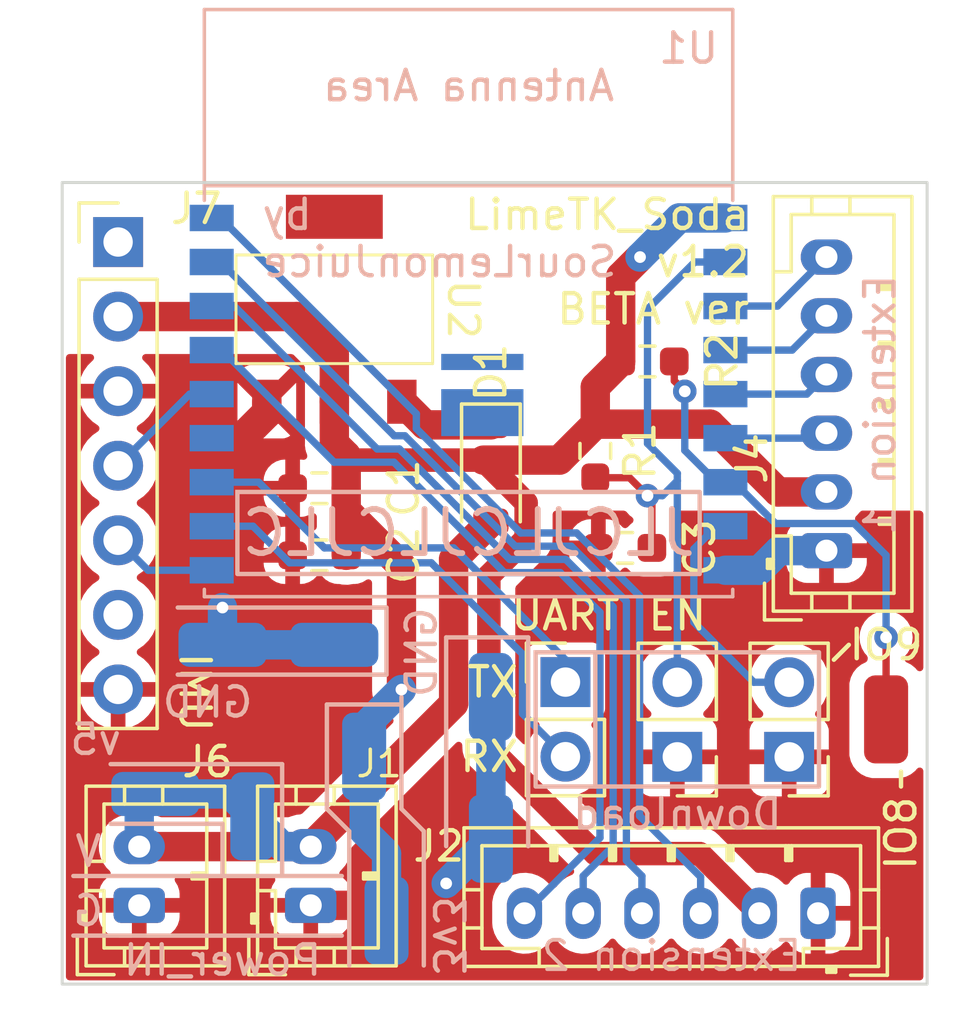
<source format=kicad_pcb>
(kicad_pcb (version 20221018) (generator pcbnew)
  (title_block (title "LimeVR_Soda-MCU") (date "2024-03-12") (rev "v1.2") (company "SourLemonJuice"))
  (layers (0 "F.Cu" signal) (31 "B.Cu" signal) (34 "B.Paste" user) (35 "F.Paste" user) (36 "B.SilkS" user "B.Silkscreen") (37 "F.SilkS" user "F.Silkscreen") (38 "B.Mask" user) (39 "F.Mask" user) (44 "Edge.Cuts" user))
  (net 0 "")
  (net 1 "/VCC_3v3")
  (net 2 "GND")
  (net 3 "/Chip_PU")
  (net 4 "Net-(D1-K)")
  (net 5 "Net-(D1-A)")
  (net 6 "/GIPO9")
  (net 7 "/U0RXD")
  (net 8 "/U0TXD")
  (net 9 "Net-(J7-Pin_4)")
  (net 14 "Net-(J7-Pin_5)")
  (net 15 "Net-(J2-Pin_5)")
  (net 16 "Net-(J2-Pin_3)")
  (net 17 "Net-(J2-Pin_4)")
  (net 18 "Net-(J2-Pin_6)")
  (net 19 "Net-(J4-Pin_3)")
  (net 20 "Net-(J4-Pin_4)")
  (net 21 "Net-(J4-Pin_5)")
  (net 22 "Net-(J4-Pin_6)")
  (net 23 "Net-(J5-Pin_1)")
  (footprint "Connector_PinHeader_2.54mm:PinHeader_1x02_P2.54mm_Vertical" (layer "F.Cu") (at 141.224 105.415 180)
    (fp_text reference "J9" hide)
    (fp_text value "GPIO9_Pinheader")
    (fp_text user "IO9" (at -3.302 3.815 unlocked) (layer "F.SilkS"))
    (fp_line (start -1.33 -1.33) (end 0 -1.33) (stroke (width 0.12)) (layer "F.SilkS"))
    (fp_line (start -1.33 0) (end -1.33 -1.33) (stroke (width 0.12)) (layer "F.SilkS"))
    (fp_line (start -1.33 1.27) (end -1.33 3.87) (stroke (width 0.12)) (layer "F.SilkS"))
    (fp_line (start -1.33 1.27) (end 1.33 1.27) (stroke (width 0.12)) (layer "F.SilkS"))
    (fp_line (start -1.33 3.87) (end 1.33 3.87) (stroke (width 0.12)) (layer "F.SilkS"))
    (fp_line (start 1.33 1.27) (end 1.33 3.87) (stroke (width 0.12)) (layer "F.SilkS"))
    (pad "1" thru_hole rect (at 0 0 180) (size 1.7 1.7) (drill 1) (layers "*.Cu" "*.Mask") (net 2 "GND"))
    (pad "2" thru_hole oval (at 0 2.54 180) (size 1.7 1.7) (drill 1) (layers "*.Cu" "*.Mask") (net 6 "/GIPO9"))
  )
  (footprint "Resistor_SMD:R_0603_1608Metric_Pad0.98x0.95mm_HandSolder" (layer "F.Cu") (at 135.636 98.298 180)
    (fp_text reference "C3" (at -2.54 0 90 unlocked) (layer "F.SilkS"))
    (fp_text value "1uF/16V(10%)")
    (fp_line (start -0.254724 -0.5225) (end 0.254724 -0.5225) (stroke (width 0.12)) (layer "F.SilkS"))
    (fp_line (start -0.254724 0.5225) (end 0.254724 0.5225) (stroke (width 0.12)) (layer "F.SilkS"))
    (pad "1" smd roundrect (at -0.9125 0 180) (size 0.975 0.95) (layers "F.Cu" "F.Paste" "F.Mask") (net 3 "/Chip_PU"))
    (pad "2" smd roundrect (at 0.9125 0 180) (size 0.975 0.95) (layers "F.Cu" "F.Paste" "F.Mask") (net 2 "GND"))
  )
  (footprint "Connector_JST:JST_PH_B6B-PH-K_1x06_P2.00mm_Vertical" (layer "F.Cu") (at 142.494 98.392 90)
    (fp_text reference "J4" (at 3.142 -2.54 90) (layer "F.SilkS"))
    (fp_text value "Extension_Module_2_PH-6p")
    (fp_line (start -2.36 -2.11) (end -2.36 -0.86) (stroke (width 0.12)) (layer "F.SilkS"))
    (fp_line (start -2.06 -1.81) (end -2.06 2.91) (stroke (width 0.12)) (layer "F.SilkS"))
    (fp_line (start -2.06 -0.5) (end -1.45 -0.5) (stroke (width 0.12)) (layer "F.SilkS"))
    (fp_line (start -2.06 0.8) (end -1.45 0.8) (stroke (width 0.12)) (layer "F.SilkS"))
    (fp_line (start -2.06 2.91) (end 12.06 2.91) (stroke (width 0.12)) (layer "F.SilkS"))
    (fp_line (start -1.45 -1.2) (end -1.45 2.3) (stroke (width 0.12)) (layer "F.SilkS"))
    (fp_line (start -1.45 2.3) (end 11.45 2.3) (stroke (width 0.12)) (layer "F.SilkS"))
    (fp_line (start -1.11 -2.11) (end -2.36 -2.11) (stroke (width 0.12)) (layer "F.SilkS"))
    (fp_line (start -0.6 -2.01) (end -0.6 -1.81) (stroke (width 0.12)) (layer "F.SilkS"))
    (fp_line (start -0.3 -2.01) (end -0.6 -2.01) (stroke (width 0.12)) (layer "F.SilkS"))
    (fp_line (start -0.3 -1.91) (end -0.6 -1.91) (stroke (width 0.12)) (layer "F.SilkS"))
    (fp_line (start -0.3 -1.81) (end -0.3 -2.01) (stroke (width 0.12)) (layer "F.SilkS"))
    (fp_line (start 0.5 -1.81) (end 0.5 -1.2) (stroke (width 0.12)) (layer "F.SilkS"))
    (fp_line (start 0.5 -1.2) (end -1.45 -1.2) (stroke (width 0.12)) (layer "F.SilkS"))
    (fp_line (start 0.9 1.8) (end 1.1 1.8) (stroke (width 0.12)) (layer "F.SilkS"))
    (fp_line (start 0.9 2.3) (end 0.9 1.8) (stroke (width 0.12)) (layer "F.SilkS"))
    (fp_line (start 1 2.3) (end 1 1.8) (stroke (width 0.12)) (layer "F.SilkS"))
    (fp_line (start 1.1 1.8) (end 1.1 2.3) (stroke (width 0.12)) (layer "F.SilkS"))
    (fp_line (start 2.9 1.8) (end 3.1 1.8) (stroke (width 0.12)) (layer "F.SilkS"))
    (fp_line (start 2.9 2.3) (end 2.9 1.8) (stroke (width 0.12)) (layer "F.SilkS"))
    (fp_line (start 3 2.3) (end 3 1.8) (stroke (width 0.12)) (layer "F.SilkS"))
    (fp_line (start 3.1 1.8) (end 3.1 2.3) (stroke (width 0.12)) (layer "F.SilkS"))
    (fp_line (start 4.9 1.8) (end 5.1 1.8) (stroke (width 0.12)) (layer "F.SilkS"))
    (fp_line (start 4.9 2.3) (end 4.9 1.8) (stroke (width 0.12)) (layer "F.SilkS"))
    (fp_line (start 5 2.3) (end 5 1.8) (stroke (width 0.12)) (layer "F.SilkS"))
    (fp_line (start 5.1 1.8) (end 5.1 2.3) (stroke (width 0.12)) (layer "F.SilkS"))
    (fp_line (start 6.9 1.8) (end 7.1 1.8) (stroke (width 0.12)) (layer "F.SilkS"))
    (fp_line (start 6.9 2.3) (end 6.9 1.8) (stroke (width 0.12)) (layer "F.SilkS"))
    (fp_line (start 7 2.3) (end 7 1.8) (stroke (width 0.12)) (layer "F.SilkS"))
    (fp_line (start 7.1 1.8) (end 7.1 2.3) (stroke (width 0.12)) (layer "F.SilkS"))
    (fp_line (start 8.9 1.8) (end 9.1 1.8) (stroke (width 0.12)) (layer "F.SilkS"))
    (fp_line (start 8.9 2.3) (end 8.9 1.8) (stroke (width 0.12)) (layer "F.SilkS"))
    (fp_line (start 9 2.3) (end 9 1.8) (stroke (width 0.12)) (layer "F.SilkS"))
    (fp_line (start 9.1 1.8) (end 9.1 2.3) (stroke (width 0.12)) (layer "F.SilkS"))
    (fp_line (start 9.5 -1.2) (end 9.5 -1.81) (stroke (width 0.12)) (layer "F.SilkS"))
    (fp_line (start 11.45 -1.2) (end 9.5 -1.2) (stroke (width 0.12)) (layer "F.SilkS"))
    (fp_line (start 11.45 2.3) (end 11.45 -1.2) (stroke (width 0.12)) (layer "F.SilkS"))
    (fp_line (start 12.06 -1.81) (end -2.06 -1.81) (stroke (width 0.12)) (layer "F.SilkS"))
    (fp_line (start 12.06 -0.5) (end 11.45 -0.5) (stroke (width 0.12)) (layer "F.SilkS"))
    (fp_line (start 12.06 0.8) (end 11.45 0.8) (stroke (width 0.12)) (layer "F.SilkS"))
    (fp_line (start 12.06 2.91) (end 12.06 -1.81) (stroke (width 0.12)) (layer "F.SilkS"))
    (pad "1" thru_hole roundrect (at 0 0 90) (size 1.2 1.75) (drill 0.75) (layers "*.Cu" "*.Mask") (roundrect_rratio 0.2083333333) (net 2 "GND"))
    (pad "2" thru_hole oval (at 2 0 90) (size 1.2 1.75) (drill 0.75) (layers "*.Cu" "*.Mask") (net 1 "/VCC_3v3"))
    (pad "3" thru_hole oval (at 4 0 90) (size 1.2 1.75) (drill 0.75) (layers "*.Cu" "*.Mask") (net 19 "Net-(J4-Pin_3)"))
    (pad "4" thru_hole oval (at 6 0 90) (size 1.2 1.75) (drill 0.75) (layers "*.Cu" "*.Mask") (net 20 "Net-(J4-Pin_4)"))
    (pad "5" thru_hole oval (at 8 0 90) (size 1.2 1.75) (drill 0.75) (layers "*.Cu" "*.Mask") (net 21 "Net-(J4-Pin_5)"))
    (pad "6" thru_hole oval (at 10 0 90) (size 1.2 1.75) (drill 0.75) (layers "*.Cu" "*.Mask") (net 22 "Net-(J4-Pin_6)"))
  )
  (footprint "Resistor_SMD:R_0603_1608Metric_Pad0.98x0.95mm_HandSolder" (layer "F.Cu") (at 125.222 98.552 180)
    (fp_text reference "C2" (at -2.286 0 270) (layer "F.SilkS") (effects (justify top)))
    (fp_text value "10uF/25V(20%)")
    (fp_line (start -0.254724 -0.5225) (end 0.254724 -0.5225) (stroke (width 0.12)) (layer "F.SilkS"))
    (fp_line (start -0.254724 0.5225) (end 0.254724 0.5225) (stroke (width 0.12)) (layer "F.SilkS"))
    (pad "1" smd roundrect (at -0.9125 0 180) (size 0.975 0.95) (layers "F.Cu" "F.Paste" "F.Mask") (net 1 "/VCC_3v3"))
    (pad "2" smd roundrect (at 0.9125 0 180) (size 0.975 0.95) (layers "F.Cu" "F.Paste" "F.Mask") (net 2 "GND"))
  )
  (footprint "Connector_JST:JST_PH_B2B-PH-K_1x02_P2.00mm_Vertical" (layer "F.Cu") (at 119.084 110.474 90)
    (fp_text reference "J6" (at 4.302 2.328) (layer "F.SilkS") (effects (justify bottom)))
    (fp_text value "JST_PH-2p")
    (fp_line (start -2.36 -2.11) (end -2.36 -0.86) (stroke (width 0.12)) (layer "F.SilkS"))
    (fp_line (start -2.06 -1.81) (end -2.06 2.91) (stroke (width 0.12)) (layer "F.SilkS"))
    (fp_line (start -2.06 -0.5) (end -1.45 -0.5) (stroke (width 0.12)) (layer "F.SilkS"))
    (fp_line (start -2.06 0.8) (end -1.45 0.8) (stroke (width 0.12)) (layer "F.SilkS"))
    (fp_line (start -2.06 2.91) (end 4.06 2.91) (stroke (width 0.12)) (layer "F.SilkS"))
    (fp_line (start -1.45 -1.2) (end -1.45 2.3) (stroke (width 0.12)) (layer "F.SilkS"))
    (fp_line (start -1.45 2.3) (end 3.45 2.3) (stroke (width 0.12)) (layer "F.SilkS"))
    (fp_line (start -1.11 -2.11) (end -2.36 -2.11) (stroke (width 0.12)) (layer "F.SilkS"))
    (fp_line (start -0.6 -2.01) (end -0.6 -1.81) (stroke (width 0.12)) (layer "F.SilkS"))
    (fp_line (start -0.3 -2.01) (end -0.6 -2.01) (stroke (width 0.12)) (layer "F.SilkS"))
    (fp_line (start -0.3 -1.91) (end -0.6 -1.91) (stroke (width 0.12)) (layer "F.SilkS"))
    (fp_line (start -0.3 -1.81) (end -0.3 -2.01) (stroke (width 0.12)) (layer "F.SilkS"))
    (fp_line (start 0.5 -1.81) (end 0.5 -1.2) (stroke (width 0.12)) (layer "F.SilkS"))
    (fp_line (start 0.5 -1.2) (end -1.45 -1.2) (stroke (width 0.12)) (layer "F.SilkS"))
    (fp_line (start 0.9 1.8) (end 1.1 1.8) (stroke (width 0.12)) (layer "F.SilkS"))
    (fp_line (start 0.9 2.3) (end 0.9 1.8) (stroke (width 0.12)) (layer "F.SilkS"))
    (fp_line (start 1 2.3) (end 1 1.8) (stroke (width 0.12)) (layer "F.SilkS"))
    (fp_line (start 1.1 1.8) (end 1.1 2.3) (stroke (width 0.12)) (layer "F.SilkS"))
    (fp_line (start 1.5 -1.2) (end 1.5 -1.81) (stroke (width 0.12)) (layer "F.SilkS"))
    (fp_line (start 3.45 -1.2) (end 1.5 -1.2) (stroke (width 0.12)) (layer "F.SilkS"))
    (fp_line (start 3.45 2.3) (end 3.45 -1.2) (stroke (width 0.12)) (layer "F.SilkS"))
    (fp_line (start 4.06 -1.81) (end -2.06 -1.81) (stroke (width 0.12)) (layer "F.SilkS"))
    (fp_line (start 4.06 -0.5) (end 3.45 -0.5) (stroke (width 0.12)) (layer "F.SilkS"))
    (fp_line (start 4.06 0.8) (end 3.45 0.8) (stroke (width 0.12)) (layer "F.SilkS"))
    (fp_line (start 4.06 2.91) (end 4.06 -1.81) (stroke (width 0.12)) (layer "F.SilkS"))
    (pad "1" thru_hole roundrect (at 0 0 90) (size 1.2 1.75) (drill 0.75) (layers "*.Cu" "*.Mask") (roundrect_rratio 0.2083333333) (net 2 "GND"))
    (pad "2" thru_hole oval (at 2 0 90) (size 1.2 1.75) (drill 0.75) (layers "*.Cu" "*.Mask") (net 5 "Net-(D1-A)"))
  )
  (footprint "SourLemonJuice:SGM2212-3.3XKC3G.TR" (layer "F.Cu") (at 125.73 90.17)
    (fp_text reference "U2" (at 3.81 0 270 unlocked) (layer "F.SilkS") (effects (justify bottom)))
    (fp_text value "~" hide)
    (fp_line (start -3.35 -1.85) (end -3.35 1.85) (stroke (width 0.1)) (layer "F.SilkS"))
    (fp_line (start -3.35 -1.85) (end 3.35 -1.85) (stroke (width 0.1)) (layer "F.SilkS"))
    (fp_line (start -3.35 1.85) (end 3.35 1.85) (stroke (width 0.1)) (layer "F.SilkS"))
    (fp_line (start 3.35 -1.85) (end 3.35 1.85) (stroke (width 0.1)) (layer "F.SilkS"))
    (pad "" smd rect (at 0 -3.15) (size 3.3 1.5) (layers "F.Cu" "F.Paste" "F.Mask"))
    (pad "1" smd rect (at -2.3 3.15) (size 1 1.5) (layers "F.Cu" "F.Paste" "F.Mask") (net 2 "GND"))
    (pad "2" smd rect (at 0 3.15) (size 1 1.5) (layers "F.Cu" "F.Paste" "F.Mask") (net 1 "/VCC_3v3"))
    (pad "3" smd rect (at 2.3 3.15) (size 1 1.5) (layers "F.Cu" "F.Paste" "F.Mask") (net 4 "Net-(D1-K)"))
  )
  (footprint "Connector_PinHeader_2.54mm:PinHeader_1x02_P2.54mm_Vertical" (layer "F.Cu") (at 137.414 105.415 180)
    (fp_text reference "J8" hide)
    (fp_text value "CHIP_PU_Pinheader")
    (fp_text user "EN" (at 0 4.831 unlocked) (layer "F.SilkS"))
    (fp_line (start -1.33 -1.33) (end 0 -1.33) (stroke (width 0.12)) (layer "F.SilkS"))
    (fp_line (start -1.33 0) (end -1.33 -1.33) (stroke (width 0.12)) (layer "F.SilkS"))
    (fp_line (start -1.33 1.27) (end -1.33 3.87) (stroke (width 0.12)) (layer "F.SilkS"))
    (fp_line (start -1.33 1.27) (end 1.33 1.27) (stroke (width 0.12)) (layer "F.SilkS"))
    (fp_line (start -1.33 3.87) (end 1.33 3.87) (stroke (width 0.12)) (layer "F.SilkS"))
    (fp_line (start 1.33 1.27) (end 1.33 3.87) (stroke (width 0.12)) (layer "F.SilkS"))
    (pad "1" thru_hole rect (at 0 0 180) (size 1.7 1.7) (drill 1) (layers "*.Cu" "*.Mask") (net 2 "GND"))
    (pad "2" thru_hole oval (at 0 2.54 180) (size 1.7 1.7) (drill 1) (layers "*.Cu" "*.Mask") (net 3 "/Chip_PU"))
  )
  (footprint "SourLemonJuice:Wire_Pad_1.5x3" (layer "F.Cu") (at 144.526 104.14 90)
    (fp_text reference "J5" hide)
    (fp_text value "Extension_3_pad")
    (fp_text user "IO8" (at -2.54 0.508 90 unlocked) (layer "F.SilkS") (effects (justify right)))
    (pad "1" smd roundrect (at 0 0) (size 1.5 3) (layers "F.Cu" "F.Paste" "F.Mask") (net 23 "Net-(J5-Pin_1)"))
  )
  (footprint "Connector_PinHeader_2.54mm:PinHeader_1x02_P2.54mm_Vertical" (layer "F.Cu") (at 133.604 102.87)
    (fp_text reference "J3" hide)
    (fp_text value "UART_Pinheader")
    (fp_text user "UART" (at 0 -2.286 unlocked) (layer "F.SilkS"))
    (fp_text user "TX" (at -1.524 0 unlocked) (layer "F.SilkS") (effects (justify right)))
    (fp_text user "RX" (at -1.524 2.54 unlocked) (layer "F.SilkS") (effects (justify right)))
    (fp_line (start -1.33 -1.33) (end 0 -1.33) (stroke (width 0.12)) (layer "F.SilkS"))
    (fp_line (start -1.33 0) (end -1.33 -1.33) (stroke (width 0.12)) (layer "F.SilkS"))
    (fp_line (start -1.33 1.27) (end -1.33 3.87) (stroke (width 0.12)) (layer "F.SilkS"))
    (fp_line (start -1.33 1.27) (end 1.33 1.27) (stroke (width 0.12)) (layer "F.SilkS"))
    (fp_line (start -1.33 3.87) (end 1.33 3.87) (stroke (width 0.12)) (layer "F.SilkS"))
    (fp_line (start 1.33 1.27) (end 1.33 3.87) (stroke (width 0.12)) (layer "F.SilkS"))
    (pad "1" thru_hole rect (at 0 0) (size 1.7 1.7) (drill 1) (layers "*.Cu" "*.Mask") (net 8 "/U0TXD"))
    (pad "2" thru_hole oval (at 0 2.54) (size 1.7 1.7) (drill 1) (layers "*.Cu" "*.Mask") (net 7 "/U0RXD"))
  )
  (footprint "Connector_JST:JST_PH_B2B-PH-K_1x02_P2.00mm_Vertical" (layer "F.Cu") (at 124.926 110.474 90)
    (fp_text reference "J1" (at 4.302 2.328) (layer "F.SilkS") (effects (font (size 0.9 0.9) (thickness 0.12)) (justify bottom)))
    (fp_text value "JST_PH-2p")
    (fp_line (start -2.36 -2.11) (end -2.36 -0.86) (stroke (width 0.12)) (layer "F.SilkS"))
    (fp_line (start -2.06 -1.81) (end -2.06 2.91) (stroke (width 0.12)) (layer "F.SilkS"))
    (fp_line (start -2.06 -0.5) (end -1.45 -0.5) (stroke (width 0.12)) (layer "F.SilkS"))
    (fp_line (start -2.06 0.8) (end -1.45 0.8) (stroke (width 0.12)) (layer "F.SilkS"))
    (fp_line (start -2.06 2.91) (end 4.06 2.91) (stroke (width 0.12)) (layer "F.SilkS"))
    (fp_line (start -1.45 -1.2) (end -1.45 2.3) (stroke (width 0.12)) (layer "F.SilkS"))
    (fp_line (start -1.45 2.3) (end 3.45 2.3) (stroke (width 0.12)) (layer "F.SilkS"))
    (fp_line (start -1.11 -2.11) (end -2.36 -2.11) (stroke (width 0.12)) (layer "F.SilkS"))
    (fp_line (start -0.6 -2.01) (end -0.6 -1.81) (stroke (width 0.12)) (layer "F.SilkS"))
    (fp_line (start -0.3 -2.01) (end -0.6 -2.01) (stroke (width 0.12)) (layer "F.SilkS"))
    (fp_line (start -0.3 -1.91) (end -0.6 -1.91) (stroke (width 0.12)) (layer "F.SilkS"))
    (fp_line (start -0.3 -1.81) (end -0.3 -2.01) (stroke (width 0.12)) (layer "F.SilkS"))
    (fp_line (start 0.5 -1.81) (end 0.5 -1.2) (stroke (width 0.12)) (layer "F.SilkS"))
    (fp_line (start 0.5 -1.2) (end -1.45 -1.2) (stroke (width 0.12)) (layer "F.SilkS"))
    (fp_line (start 0.9 1.8) (end 1.1 1.8) (stroke (width 0.12)) (layer "F.SilkS"))
    (fp_line (start 0.9 2.3) (end 0.9 1.8) (stroke (width 0.12)) (layer "F.SilkS"))
    (fp_line (start 1 2.3) (end 1 1.8) (stroke (width 0.12)) (layer "F.SilkS"))
    (fp_line (start 1.1 1.8) (end 1.1 2.3) (stroke (width 0.12)) (layer "F.SilkS"))
    (fp_line (start 1.5 -1.2) (end 1.5 -1.81) (stroke (width 0.12)) (layer "F.SilkS"))
    (fp_line (start 3.45 -1.2) (end 1.5 -1.2) (stroke (width 0.12)) (layer "F.SilkS"))
    (fp_line (start 3.45 2.3) (end 3.45 -1.2) (stroke (width 0.12)) (layer "F.SilkS"))
    (fp_line (start 4.06 -1.81) (end -2.06 -1.81) (stroke (width 0.12)) (layer "F.SilkS"))
    (fp_line (start 4.06 -0.5) (end 3.45 -0.5) (stroke (width 0.12)) (layer "F.SilkS"))
    (fp_line (start 4.06 0.8) (end 3.45 0.8) (stroke (width 0.12)) (layer "F.SilkS"))
    (fp_line (start 4.06 2.91) (end 4.06 -1.81) (stroke (width 0.12)) (layer "F.SilkS"))
    (pad "1" thru_hole roundrect (at 0 0 90) (size 1.2 1.75) (drill 0.75) (layers "*.Cu" "*.Mask") (roundrect_rratio 0.2083333333) (net 2 "GND"))
    (pad "2" thru_hole oval (at 2 0 90) (size 1.2 1.75) (drill 0.75) (layers "*.Cu" "*.Mask") (net 5 "Net-(D1-A)"))
  )
  (footprint "Resistor_SMD:R_0603_1608Metric_Pad0.98x0.95mm_HandSolder" (layer "F.Cu") (at 125.222 96.266 180)
    (fp_text reference "C1" (at -2.286 0 270) (layer "F.SilkS") (effects (justify top)))
    (fp_text value "10uF/25V(20%)")
    (fp_line (start -0.254724 -0.5225) (end 0.254724 -0.5225) (stroke (width 0.12)) (layer "F.SilkS"))
    (fp_line (start -0.254724 0.5225) (end 0.254724 0.5225) (stroke (width 0.12)) (layer "F.SilkS"))
    (pad "1" smd roundrect (at -0.9125 0 180) (size 0.975 0.95) (layers "F.Cu" "F.Paste" "F.Mask") (net 1 "/VCC_3v3"))
    (pad "2" smd roundrect (at 0.9125 0 180) (size 0.975 0.95) (layers "F.Cu" "F.Paste" "F.Mask") (net 2 "GND"))
  )
  (footprint "Diode_SMD:D_SOD-123" (layer "F.Cu") (at 131.064 95.758 -90)
    (fp_text reference "D1" (at -2.36 0 90) (layer "F.SilkS") (effects (justify left)))
    (fp_text value "1N5817W")
    (fp_line (start -2.36 -1) (end -2.36 1) (stroke (width 0.12)) (layer "F.SilkS"))
    (fp_line (start -2.36 -1) (end 1.65 -1) (stroke (width 0.12)) (layer "F.SilkS"))
    (fp_line (start -2.36 1) (end 1.65 1) (stroke (width 0.12)) (layer "F.SilkS"))
    (pad "1" smd roundrect (at -1.65 0 270) (size 0.9 1.2) (layers "F.Cu" "F.Paste" "F.Mask") (net 4 "Net-(D1-K)"))
    (pad "2" smd roundrect (at 1.65 0 270) (size 0.9 1.2) (layers "F.Cu" "F.Paste" "F.Mask") (net 5 "Net-(D1-A)"))
  )
  (footprint "Connector_PinHeader_2.54mm:PinHeader_1x07_P2.54mm_Vertical" (layer "F.Cu") (at 118.364 87.879)
    (fp_text reference "J7" (at 2.667 -1.138) (layer "F.SilkS"))
    (fp_text value "IMU_BMI160_Module")
    (fp_line (start -1.33 -1.33) (end 0 -1.33) (stroke (width 0.12)) (layer "F.SilkS"))
    (fp_line (start -1.33 0) (end -1.33 -1.33) (stroke (width 0.12)) (layer "F.SilkS"))
    (fp_line (start -1.33 1.27) (end -1.33 16.57) (stroke (width 0.12)) (layer "F.SilkS"))
    (fp_line (start -1.33 1.27) (end 1.33 1.27) (stroke (width 0.12)) (layer "F.SilkS"))
    (fp_line (start -1.33 16.57) (end 1.33 16.57) (stroke (width 0.12)) (layer "F.SilkS"))
    (fp_line (start 1.33 1.27) (end 1.33 16.57) (stroke (width 0.12)) (layer "F.SilkS"))
    (pad "1" thru_hole rect (at 0 0) (size 1.7 1.7) (drill 1) (layers "*.Cu" "*.Mask"))
    (pad "2" thru_hole oval (at 0 2.54) (size 1.7 1.7) (drill 1) (layers "*.Cu" "*.Mask") (net 1 "/VCC_3v3"))
    (pad "3" thru_hole oval (at 0 5.08) (size 1.7 1.7) (drill 1) (layers "*.Cu" "*.Mask") (net 2 "GND"))
    (pad "4" thru_hole oval (at 0 7.62) (size 1.7 1.7) (drill 1) (layers "*.Cu" "*.Mask") (net 9 "Net-(J7-Pin_4)"))
    (pad "5" thru_hole oval (at 0 10.16) (size 1.7 1.7) (drill 1) (layers "*.Cu" "*.Mask") (net 14 "Net-(J7-Pin_5)"))
    (pad "6" thru_hole oval (at 0 12.7) (size 1.7 1.7) (drill 1) (layers "*.Cu" "*.Mask"))
    (pad "7" thru_hole oval (at 0 15.24) (size 1.7 1.7) (drill 1) (layers "*.Cu" "*.Mask") (net 2 "GND"))
  )
  (footprint "Resistor_SMD:R_0603_1608Metric_Pad0.98x0.95mm_HandSolder" (layer "F.Cu") (at 134.62 94.996 -90)
    (fp_text reference "R1" (at 0 -1.524 90) (layer "F.SilkS"))
    (fp_text value "10K(1%)")
    (fp_line (start -0.254724 -0.5225) (end 0.254724 -0.5225) (stroke (width 0.12)) (layer "F.SilkS"))
    (fp_line (start -0.254724 0.5225) (end 0.254724 0.5225) (stroke (width 0.12)) (layer "F.SilkS"))
    (pad "1" smd roundrect (at -0.9125 0 270) (size 0.975 0.95) (layers "F.Cu" "F.Paste" "F.Mask") (net 1 "/VCC_3v3"))
    (pad "2" smd roundrect (at 0.9125 0 270) (size 0.975 0.95) (layers "F.Cu" "F.Paste" "F.Mask") (net 3 "/Chip_PU"))
  )
  (footprint "Resistor_SMD:R_0603_1608Metric_Pad0.98x0.95mm_HandSolder" (layer "F.Cu") (at 136.398 91.948)
    (fp_text reference "R2" (at 2.54 0 90) (layer "F.SilkS"))
    (fp_text value "10K(1%)(NC)")
    (fp_line (start -0.254724 -0.5225) (end 0.254724 -0.5225) (stroke (width 0.12)) (layer "F.SilkS"))
    (fp_line (start -0.254724 0.5225) (end 0.254724 0.5225) (stroke (width 0.12)) (layer "F.SilkS"))
    (pad "1" smd roundrect (at -0.9125 0) (size 0.975 0.95) (layers "F.Cu" "F.Paste" "F.Mask") (net 1 "/VCC_3v3"))
    (pad "2" smd roundrect (at 0.9125 0) (size 0.975 0.95) (layers "F.Cu" "F.Paste" "F.Mask") (net 23 "Net-(J5-Pin_1)"))
  )
  (footprint "Connector_JST:JST_PH_B6B-PH-K_1x06_P2.00mm_Vertical" (layer "F.Cu") (at 142.208 110.744 180)
    (fp_text reference "J2" (at 12.922 2.286) (layer "F.SilkS"))
    (fp_text value "Extension_Module_1_PH-6p")
    (fp_line (start -2.36 -2.11) (end -2.36 -0.86) (stroke (width 0.12)) (layer "F.SilkS"))
    (fp_line (start -2.06 -1.81) (end -2.06 2.91) (stroke (width 0.12)) (layer "F.SilkS"))
    (fp_line (start -2.06 -0.5) (end -1.45 -0.5) (stroke (width 0.12)) (layer "F.SilkS"))
    (fp_line (start -2.06 0.8) (end -1.45 0.8) (stroke (width 0.12)) (layer "F.SilkS"))
    (fp_line (start -2.06 2.91) (end 12.06 2.91) (stroke (width 0.12)) (layer "F.SilkS"))
    (fp_line (start -1.45 -1.2) (end -1.45 2.3) (stroke (width 0.12)) (layer "F.SilkS"))
    (fp_line (start -1.45 2.3) (end 11.45 2.3) (stroke (width 0.12)) (layer "F.SilkS"))
    (fp_line (start -1.11 -2.11) (end -2.36 -2.11) (stroke (width 0.12)) (layer "F.SilkS"))
    (fp_line (start -0.6 -2.01) (end -0.6 -1.81) (stroke (width 0.12)) (layer "F.SilkS"))
    (fp_line (start -0.3 -2.01) (end -0.6 -2.01) (stroke (width 0.12)) (layer "F.SilkS"))
    (fp_line (start -0.3 -1.91) (end -0.6 -1.91) (stroke (width 0.12)) (layer "F.SilkS"))
    (fp_line (start -0.3 -1.81) (end -0.3 -2.01) (stroke (width 0.12)) (layer "F.SilkS"))
    (fp_line (start 0.5 -1.81) (end 0.5 -1.2) (stroke (width 0.12)) (layer "F.SilkS"))
    (fp_line (start 0.5 -1.2) (end -1.45 -1.2) (stroke (width 0.12)) (layer "F.SilkS"))
    (fp_line (start 0.9 1.8) (end 1.1 1.8) (stroke (width 0.12)) (layer "F.SilkS"))
    (fp_line (start 0.9 2.3) (end 0.9 1.8) (stroke (width 0.12)) (layer "F.SilkS"))
    (fp_line (start 1 2.3) (end 1 1.8) (stroke (width 0.12)) (layer "F.SilkS"))
    (fp_line (start 1.1 1.8) (end 1.1 2.3) (stroke (width 0.12)) (layer "F.SilkS"))
    (fp_line (start 2.9 1.8) (end 3.1 1.8) (stroke (width 0.12)) (layer "F.SilkS"))
    (fp_line (start 2.9 2.3) (end 2.9 1.8) (stroke (width 0.12)) (layer "F.SilkS"))
    (fp_line (start 3 2.3) (end 3 1.8) (stroke (width 0.12)) (layer "F.SilkS"))
    (fp_line (start 3.1 1.8) (end 3.1 2.3) (stroke (width 0.12)) (layer "F.SilkS"))
    (fp_line (start 4.9 1.8) (end 5.1 1.8) (stroke (width 0.12)) (layer "F.SilkS"))
    (fp_line (start 4.9 2.3) (end 4.9 1.8) (stroke (width 0.12)) (layer "F.SilkS"))
    (fp_line (start 5 2.3) (end 5 1.8) (stroke (width 0.12)) (layer "F.SilkS"))
    (fp_line (start 5.1 1.8) (end 5.1 2.3) (stroke (width 0.12)) (layer "F.SilkS"))
    (fp_line (start 6.9 1.8) (end 7.1 1.8) (stroke (width 0.12)) (layer "F.SilkS"))
    (fp_line (start 6.9 2.3) (end 6.9 1.8) (stroke (width 0.12)) (layer "F.SilkS"))
    (fp_line (start 7 2.3) (end 7 1.8) (stroke (width 0.12)) (layer "F.SilkS"))
    (fp_line (start 7.1 1.8) (end 7.1 2.3) (stroke (width 0.12)) (layer "F.SilkS"))
    (fp_line (start 8.9 1.8) (end 9.1 1.8) (stroke (width 0.12)) (layer "F.SilkS"))
    (fp_line (start 8.9 2.3) (end 8.9 1.8) (stroke (width 0.12)) (layer "F.SilkS"))
    (fp_line (start 9 2.3) (end 9 1.8) (stroke (width 0.12)) (layer "F.SilkS"))
    (fp_line (start 9.1 1.8) (end 9.1 2.3) (stroke (width 0.12)) (layer "F.SilkS"))
    (fp_line (start 9.5 -1.2) (end 9.5 -1.81) (stroke (width 0.12)) (layer "F.SilkS"))
    (fp_line (start 11.45 -1.2) (end 9.5 -1.2) (stroke (width 0.12)) (layer "F.SilkS"))
    (fp_line (start 11.45 2.3) (end 11.45 -1.2) (stroke (width 0.12)) (layer "F.SilkS"))
    (fp_line (start 12.06 -1.81) (end -2.06 -1.81) (stroke (width 0.12)) (layer "F.SilkS"))
    (fp_line (start 12.06 -0.5) (end 11.45 -0.5) (stroke (width 0.12)) (layer "F.SilkS"))
    (fp_line (start 12.06 0.8) (end 11.45 0.8) (stroke (width 0.12)) (layer "F.SilkS"))
    (fp_line (start 12.06 2.91) (end 12.06 -1.81) (stroke (width 0.12)) (layer "F.SilkS"))
    (pad "1" thru_hole roundrect (at 0 0 180) (size 1.2 1.75) (drill 0.75) (layers "*.Cu" "*.Mask") (roundrect_rratio 0.2083333333) (net 2 "GND"))
    (pad "2" thru_hole oval (at 2 0 180) (size 1.2 1.75) (drill 0.75) (layers "*.Cu" "*.Mask") (net 1 "/VCC_3v3"))
    (pad "3" thru_hole oval (at 4 0 180) (size 1.2 1.75) (drill 0.75) (layers "*.Cu" "*.Mask") (net 16 "Net-(J2-Pin_3)"))
    (pad "4" thru_hole oval (at 6 0 180) (size 1.2 1.75) (drill 0.75) (layers "*.Cu" "*.Mask") (net 17 "Net-(J2-Pin_4)"))
    (pad "5" thru_hole oval (at 8 0 180) (size 1.2 1.75) (drill 0.75) (layers "*.Cu" "*.Mask") (net 15 "Net-(J2-Pin_5)"))
    (pad "6" thru_hole oval (at 10 0 180) (size 1.2 1.75) (drill 0.75) (layers "*.Cu" "*.Mask") (net 18 "Net-(J2-Pin_6)"))
  )
  (footprint "SourLemonJuice:Wire_Pad_1.5x3" (layer "B.Cu") (at 125.73 101.6)
    (fp_text reference "J16" hide)
    (fp_text value "GND Pad")
    (pad "1" smd roundrect (at 0 0 90) (size 1.5 3) (layers "B.Cu" "B.Paste" "B.Mask") (net 2 "GND"))
  )
  (footprint "SourLemonJuice:Wire_Pad_1.5x3" (layer "B.Cu") (at 131.064 103.378 -90)
    (fp_text reference "J10" hide)
    (fp_text value "GND Pad")
    (pad "1" smd roundrect (at 0 0) (size 1.5 3) (layers "B.Cu" "B.Paste" "B.Mask") (net 2 "GND"))
  )
  (footprint "SourLemonJuice:Wire_Pad_1.5x3" (layer "B.Cu") (at 121.92 101.6)
    (fp_text reference "J14" hide)
    (fp_text value "GND Pad")
    (pad "1" smd roundrect (at 0 0 90) (size 1.5 3) (layers "B.Cu" "B.Paste" "B.Mask") (net 2 "GND"))
  )
  (footprint "SourLemonJuice:ESP8684-WROOM-02C" (layer "B.Cu") (at 130.302 92.96 180)
    (fp_text reference "U1" (at -7.5 11.68) (layer "B.SilkS") (effects (justify mirror)))
    (fp_text value "ESP8684-WROOM-02C")
    (fp_text user "Antenna Area" (at 0 10.4) (layer "B.SilkS") (effects (justify mirror)))
    (fp_line (start -9 -7) (end -9 -6.75) (stroke (width 0.12)) (layer "B.SilkS"))
    (fp_line (start -9 13) (end -9 6.5) (stroke (width 0.12)) (layer "B.SilkS"))
    (fp_line (start -9 13) (end 9 13) (stroke (width 0.12)) (layer "B.SilkS"))
    (fp_line (start 9 -7) (end -9 -7) (stroke (width 0.12)) (layer "B.SilkS"))
    (fp_line (start 9 -6.75) (end 9 -7) (stroke (width 0.12)) (layer "B.SilkS"))
    (fp_line (start 9 7) (end -8.95 7) (stroke (width 0.12)) (layer "B.SilkS"))
    (fp_line (start 9 13) (end 9 6.5) (stroke (width 0.12)) (layer "B.SilkS"))
    (pad "1" smd rect (at -8.75 5.9 180) (size 1.5 0.9) (layers "B.Cu" "B.Paste" "B.Mask") (net 1 "/VCC_3v3"))
    (pad "2" smd rect (at -8.75 4.4 180) (size 1.5 0.9) (layers "B.Cu" "B.Paste" "B.Mask") (net 3 "/Chip_PU"))
    (pad "3" smd rect (at -8.75 2.9 180) (size 1.5 0.9) (layers "B.Cu" "B.Paste" "B.Mask") (net 22 "Net-(J4-Pin_6)"))
    (pad "4" smd rect (at -8.75 1.4 180) (size 1.5 0.9) (layers "B.Cu" "B.Paste" "B.Mask") (net 21 "Net-(J4-Pin_5)"))
    (pad "5" smd rect (at -8.75 -0.1 180) (size 1.5 0.9) (layers "B.Cu" "B.Paste" "B.Mask") (net 20 "Net-(J4-Pin_4)"))
    (pad "6" smd rect (at -8.75 -1.6 180) (size 1.5 0.9) (layers "B.Cu" "B.Paste" "B.Mask") (net 19 "Net-(J4-Pin_3)"))
    (pad "7" smd rect (at -8.75 -3.1 180) (size 1.5 0.9) (layers "B.Cu" "B.Paste" "B.Mask") (net 23 "Net-(J5-Pin_1)"))
    (pad "8" smd rect (at -8.75 -4.6 180) (size 1.5 0.9) (layers "B.Cu" "B.Paste" "B.Mask") (net 6 "/GIPO9"))
    (pad "9" smd rect (at -8.75 -6.1 180) (size 1.5 0.9) (layers "B.Cu" "B.Paste" "B.Mask") (net 2 "GND"))
    (pad "10" smd rect (at 8.75 -6.1) (size 1.5 0.9) (layers "B.Cu" "B.Paste" "B.Mask") (net 14 "Net-(J7-Pin_5)"))
    (pad "11" smd rect (at 8.75 -4.6) (size 1.5 0.9) (layers "B.Cu" "B.Paste" "B.Mask") (net 7 "/U0RXD"))
    (pad "12" smd rect (at 8.75 -3.1) (size 1.5 0.9) (layers "B.Cu" "B.Paste" "B.Mask") (net 8 "/U0TXD"))
    (pad "13" smd rect (at 8.75 -1.6) (size 1.5 0.9) (layers "B.Cu" "B.Paste" "B.Mask"))
    (pad "14" smd rect (at 8.75 -0.1) (size 1.5 0.9) (layers "B.Cu" "B.Paste" "B.Mask") (net 9 "Net-(J7-Pin_4)"))
    (pad "15" smd rect (at 8.75 1.4) (size 1.5 0.9) (layers "B.Cu" "B.Paste" "B.Mask") (net 18 "Net-(J2-Pin_6)"))
    (pad "16" smd rect (at 8.75 2.9) (size 1.5 0.9) (layers "B.Cu" "B.Paste" "B.Mask") (net 15 "Net-(J2-Pin_5)"))
    (pad "17" smd rect (at 8.75 4.4) (size 1.5 0.9) (layers "B.Cu" "B.Paste" "B.Mask") (net 17 "Net-(J2-Pin_4)"))
    (pad "18" smd rect (at 8.75 5.9) (size 1.5 0.9) (layers "B.Cu" "B.Paste" "B.Mask") (net 16 "Net-(J2-Pin_3)"))
    (pad "19" smd rect (at -0.47 -0.73) (size 2.8 1.6) (layers "B.Cu" "B.Paste" "B.Mask"))
    (pad "GND" smd rect (at -0.47 0.995) (size 2.8 0.55) (layers "B.Cu" "B.Paste" "B.Mask"))
    (zone (net 0) (net_name "") (layers "*.Cu") (name "antenna keepout") (connect_pads (clearance 0)) (min_thickness 0.254)
      (keepout (tracks not_allowed) (vias not_allowed) (pads not_allowed) (copperpour not_allowed) (footprints not_allowed))
      (fill (thermal_gap 0.508) (thermal_bridge_width 0.508))
      (polygon (pts (xy 121.302 85.96) (xy 139.302 85.96) (xy 139.302 79.96) (xy 121.302 79.96)))
    )
  )
  (footprint "SourLemonJuice:Wire_Pad_1.5x3" (layer "B.Cu") (at 119.634 106.68 180)
    (fp_text reference "J15" hide)
    (fp_text value "V5 Pad")
    (pad "1" smd roundrect (at 0 0 270) (size 1.5 3) (layers "B.Cu" "B.Paste" "B.Mask") (net 5 "Net-(D1-A)"))
  )
  (footprint "SourLemonJuice:Wire_Pad_1.5x3" (layer "B.Cu") (at 127.508 110.998 -90)
    (fp_text reference "J13" hide)
    (fp_text value "V3.3 Pad")
    (pad "1" smd roundrect (at 0 0) (size 1.5 3) (layers "B.Cu" "B.Paste" "B.Mask") (net 1 "/VCC_3v3"))
  )
  (footprint "SourLemonJuice:Wire_Pad_1.5x3" (layer "B.Cu") (at 126.746 105.41 -90)
    (fp_text reference "J12" hide)
    (fp_text value "V3.3 Pad")
    (pad "1" smd roundrect (at 0 0) (size 1.5 3) (layers "B.Cu" "B.Paste" "B.Mask") (net 1 "/VCC_3v3"))
  )
  (footprint "SourLemonJuice:Wire_Pad_1.5x3" (layer "B.Cu") (at 122.936 107.442 -90)
    (fp_text reference "J17" hide)
    (fp_text value "V5 Pad")
    (pad "1" smd roundrect (at 0 0) (size 1.5 3) (layers "B.Cu" "B.Paste" "B.Mask") (net 5 "Net-(D1-A)"))
  )
  (footprint "SourLemonJuice:Wire_Pad_1.5x3" (layer "B.Cu") (at 131.064 108.204 -90)
    (fp_text reference "J11" hide)
    (fp_text value "GND Pad")
    (pad "1" smd roundrect (at 0 0) (size 1.5 3) (layers "B.Cu" "B.Paste" "B.Mask") (net 2 "GND"))
  )
  (gr_rect (start 122.428 96.393) (end 138.176 99.187) (stroke (width 0.15)) (fill none) (layer "B.SilkS"))
  (gr_line (start 126.238 107.95) (end 126.238 112.522) (stroke (width 0.15)) (layer "B.SilkS"))
  (gr_line (start 123.952 105.664) (end 123.952 109.474) (stroke (width 0.15)) (layer "B.SilkS"))
  (gr_line (start 121.92 107.696) (end 118.11 107.696) (stroke (width 0.15)) (layer "B.SilkS"))
  (gr_line (start 125.476 107.188) (end 126.238 107.95) (stroke (width 0.15)) (layer "B.SilkS"))
  (gr_line (start 129.54 101.346) (end 129.54 108.458) (stroke (width 0.15)) (layer "B.SilkS"))
  (gr_line (start 127.508 100.33) (end 120.396 100.33) (stroke (width 0.15)) (layer "B.SilkS"))
  (gr_line (start 118.11 105.664) (end 123.952 105.664) (stroke (width 0.15)) (layer "B.SilkS"))
  (gr_line (start 127.508 102.616) (end 120.396 102.616) (stroke (width 0.15)) (layer "B.SilkS"))
  (gr_line (start 128.778 107.95) (end 128.016 107.188) (stroke (width 0.15)) (layer "B.SilkS"))
  (gr_line (start 134.62 106.426) (end 134.62 101.854) (stroke (width 0.15)) (layer "B.SilkS"))
  (gr_line (start 132.334 108.458) (end 132.334 101.346) (stroke (width 0.15)) (layer "B.SilkS"))
  (gr_line (start 125.476 103.632) (end 125.476 107.188) (stroke (width 0.15)) (layer "B.SilkS"))
  (gr_line (start 128.016 107.188) (end 128.016 103.378) (stroke (width 0.15)) (layer "B.SilkS"))
  (gr_line (start 125.984 109.474) (end 116.84 109.474) (stroke (width 0.15)) (layer "B.SilkS"))
  (gr_rect (start 132.588 101.854) (end 142.24 106.426) (stroke (width 0.15)) (fill none) (layer "B.SilkS"))
  (gr_line (start 129.54 101.346) (end 132.334 101.346) (stroke (width 0.15)) (layer "B.SilkS"))
  (gr_line (start 128.016 103.632) (end 125.476 103.632) (stroke (width 0.15)) (layer "B.SilkS"))
  (gr_line (start 127.508 102.616) (end 127.508 100.33) (stroke (width 0.15)) (layer "B.SilkS"))
  (gr_line (start 121.92 109.474) (end 121.92 107.696) (stroke (width 0.15)) (layer "B.SilkS"))
  (gr_line (start 125.984 111.506) (end 116.84 111.506) (stroke (width 0.15)) (layer "B.SilkS"))
  (gr_line (start 128.778 107.95) (end 128.778 112.522) (stroke (width 0.15)) (layer "B.SilkS"))
  (gr_line (start 145.034 106.426) (end 145.034 105.918) (stroke (width 0.15)) (layer "F.SilkS"))
  (gr_line (start 143.256 101.6) (end 142.748 102.108) (stroke (width 0.15)) (layer "F.SilkS"))
  (gr_rect (start 116.459 85.852) (end 145.923 113.157) (stroke (width 0.1)) (fill none) (layer "Edge.Cuts"))
  (gr_text "Download" (at 137.414 107.95) (layer "B.SilkS") (effects (font (size 1 1)) (justify bottom mirror)))
  (gr_text "v5" (at 117.602 105.41) (layer "B.SilkS") (effects (font (size 1 1)) (justify bottom mirror)))
  (gr_text "Power_IN" (at 121.92 111.76) (layer "B.SilkS") (effects (font (size 1 1)) (justify top mirror)))
  (gr_text "by\nSourLemonJuice" (at 123.19 86.36) (layer "B.SilkS") (effects (font (size 1 1) (thickness 0.15) bold) (justify right top mirror)))
  (gr_text "V" (at 117.348 109.22) (layer "B.SilkS") (effects (font (size 1 1)) (justify bottom mirror)))
  (gr_text "GND" (at 129.286 101.854 90) (layer "B.SilkS") (effects (font (size 1 1)) (justify bottom mirror)))
  (gr_text "GND" (at 121.412 104.14) (layer "B.SilkS") (effects (font (size 1 1)) (justify bottom mirror)))
  (gr_text "Extension 2" (at 141.732 112.776) (layer "B.SilkS") (effects (font (size 1 1) (thickness 0.13)) (justify left bottom mirror)))
  (gr_text "G" (at 117.348 111.252) (layer "B.SilkS") (effects (font (size 1 1)) (justify bottom mirror)))
  (gr_text "3v3" (at 129.032 111.506 270) (layer "B.SilkS") (effects (font (size 1 1)) (justify bottom mirror)))
  (gr_text "Extension 1" (at 144.907 88.9 90) (layer "B.SilkS") (effects (font (size 1 1)) (justify left bottom mirror)))
  (gr_text "JLCJLCJLCJLC" (at 130.302 97.79) (layer "B.SilkS") (effects (font (size 1.5 1.5) (thickness 0.2)) (justify mirror)))
  (gr_text "LimeTK_Soda\nv1.2\nBETA ver" (at 139.954 86.36) (layer "F.SilkS") (effects (font (size 1 1)) (justify right top)))
  (gr_text "IMU" (at 120.396 104.648 270) (layer "F.SilkS") (effects (font (size 1 1)) (justify right bottom)))
  (segment (start 126.1345 96.266) (end 126.1345 97.028) (width 1) (layer "F.Cu") (net 1))
  (segment (start 134.62 94.0835) (end 138.5335 94.0835) (width 1) (layer "F.Cu") (net 1))
  (segment (start 125.73 94.742) (end 126.1345 95.1465) (width 1) (layer "F.Cu") (net 1))
  (segment (start 128.016 98.9095) (end 126.1345 97.028) (width 1) (layer "F.Cu") (net 1))
  (segment (start 125.73 91.694) (end 124.455 90.419) (width 1) (layer "F.Cu") (net 1))
  (segment (start 134.62 94.0835) (end 134.62 92.8135) (width 1) (layer "F.Cu") (net 1))
  (segment (start 132.264 96.762) (end 130.81 95.308) (width 0.8) (layer "F.Cu") (net 1))
  (segment (start 130.994 105.086) (end 130.994 99.25096) (width 0.8) (layer "F.Cu") (net 1))
  (segment (start 138.176 108.712) (end 134.62 108.712) (width 0.8) (layer "F.Cu") (net 1))
  (segment (start 125.73 93.32) (end 125.73 91.694) (width 1) (layer "F.Cu") (net 1))
  (segment (start 130.994 99.25096) (end 132.264 97.98096) (width 0.8) (layer "F.Cu") (net 1))
  (segment (start 135.4855 91.948) (end 135.4855 89.0505) (width 1) (layer "F.Cu") (net 1))
  (segment (start 130.81 95.308) (end 126.296 95.308) (width 0.8) (layer "F.Cu") (net 1))
  (segment (start 138.5335 94.0835) (end 140.842 96.392) (width 1) (layer "F.Cu") (net 1))
  (segment (start 132.264 97.98096) (end 132.264 96.762) (width 0.8) (layer "F.Cu") (net 1))
  (segment (start 126.1345 95.1465) (end 126.1345 96.266) (width 1) (layer "F.Cu") (net 1))
  (segment (start 140.208 110.744) (end 138.176 108.712) (width 0.8) (layer "F.Cu") (net 1))
  (segment (start 125.73 93.32) (end 125.73 94.742) (width 1) (layer "F.Cu") (net 1))
  (segment (start 130.81 95.308) (end 133.3955 95.308) (width 1) (layer "F.Cu") (net 1))
  (segment (start 134.62 92.8135) (end 135.4855 91.948) (width 1) (layer "F.Cu") (net 1))
  (segment (start 128.016 103.124) (end 128.016 98.9095) (width 1) (layer "F.Cu") (net 1))
  (segment (start 124.455 90.419) (end 118.364 90.419) (width 1) (layer "F.Cu") (net 1))
  (segment (start 133.3955 95.308) (end 134.62 94.0835) (width 1) (layer "F.Cu") (net 1))
  (segment (start 126.296 95.308) (end 126.1345 95.1465) (width 0.8) (layer "F.Cu") (net 1))
  (segment (start 134.62 108.712) (end 130.994 105.086) (width 0.8) (layer "F.Cu") (net 1))
  (segment (start 140.842 96.392) (end 142.494 96.392) (width 1) (layer "F.Cu") (net 1))
  (segment (start 126.1345 97.028) (end 126.1345 98.552) (width 1) (layer "F.Cu") (net 1))
  (segment (start 135.4855 89.0505) (end 136.144 88.392) (width 1) (layer "F.Cu") (net 1))
  (via (at 128.016 103.124) (size 0.8) (drill 0.4) (layers "F.Cu" "B.Cu") (net 1))
  (via (at 136.144 88.392) (size 0.8) (drill 0.4) (layers "F.Cu" "B.Cu") (net 1))
  (segment (start 137.476 87.06) (end 139.052 87.06) (width 1) (layer "B.Cu") (net 1))
  (segment (start 126.746 105.41) (end 126.746 107.95) (width 1) (layer "B.Cu") (net 1))
  (segment (start 128.016 103.124) (end 126.746 104.394) (width 1) (layer "B.Cu") (net 1))
  (segment (start 126.746 104.394) (end 126.746 105.41) (width 1) (layer "B.Cu") (net 1))
  (segment (start 126.746 107.95) (end 127.508 108.712) (width 1) (layer "B.Cu") (net 1))
  (segment (start 136.144 88.392) (end 137.476 87.06) (width 1) (layer "B.Cu") (net 1))
  (segment (start 127.508 108.712) (end 127.508 110.998) (width 1) (layer "B.Cu") (net 1))
  (segment (start 126.984 110.474) (end 124.926 110.474) (width 1) (layer "F.Cu") (net 2))
  (segment (start 123.43 93.74) (end 123.43 93.32) (width 1) (layer "F.Cu") (net 2))
  (segment (start 121.92 100.33) (end 122.428 99.822) (width 1) (layer "F.Cu") (net 2))
  (segment (start 122.428 94.742) (end 123.43 93.74) (width 1) (layer "F.Cu") (net 2))
  (segment (start 127 110.49) (end 126.984 110.474) (width 1) (layer "F.Cu") (net 2))
  (segment (start 122.428 99.822) (end 122.428 94.742) (width 1) (layer "F.Cu") (net 2))
  (segment (start 128.778 110.49) (end 127 110.49) (width 1) (layer "F.Cu") (net 2))
  (segment (start 129.54 109.728) (end 128.778 110.49) (width 1) (layer "F.Cu") (net 2))
  (via (at 121.92 100.33) (size 0.8) (drill 0.4) (layers "F.Cu" "B.Cu") (net 2))
  (via (at 129.54 109.728) (size 0.8) (drill 0.4) (layers "F.Cu" "B.Cu") (net 2))
  (segment (start 121.92 101.6) (end 125.73 101.6) (width 1) (layer "B.Cu") (net 2))
  (segment (start 140.208 99.06) (end 140.876 98.392) (width 1) (layer "B.Cu") (net 2))
  (segment (start 131.064 103.378) (end 131.064 108.204) (width 1) (layer "B.Cu") (net 2))
  (segment (start 131.064 108.204) (end 129.54 109.728) (width 1) (layer "B.Cu") (net 2))
  (segment (start 140.876 98.392) (end 142.494 98.392) (width 1) (layer "B.Cu") (net 2))
  (segment (start 121.92 100.33) (end 121.92 101.6) (width 1) (layer "B.Cu") (net 2))
  (segment (start 118.623 103.378) (end 118.364 103.119) (width 1) (layer "B.Cu") (net 2))
  (segment (start 139.052 99.06) (end 140.208 99.06) (width 1) (layer "B.Cu") (net 2))
  (segment (start 136.398 96.52) (end 135.7865 95.9085) (width 0.25) (layer "F.Cu") (net 3))
  (segment (start 136.5485 96.6705) (end 136.398 96.52) (width 0.25) (layer "F.Cu") (net 3))
  (segment (start 136.5485 98.298) (end 136.5485 96.6705) (width 0.25) (layer "F.Cu") (net 3))
  (segment (start 135.7865 95.9085) (end 134.62 95.9085) (width 0.25) (layer "F.Cu") (net 3))
  (via (at 136.398 96.52) (size 0.8) (drill 0.4) (layers "F.Cu" "B.Cu") (net 3))
  (segment (start 137.414 96.012) (end 137.414 102.875) (width 0.25) (layer "B.Cu") (net 3))
  (segment (start 136.398 94.742) (end 137.414 95.758) (width 0.25) (layer "B.Cu") (net 3))
  (segment (start 136.398 96.52) (end 136.906 96.52) (width 0.25) (layer "B.Cu") (net 3))
  (segment (start 138.008 88.56) (end 136.398 90.17) (width 0.25) (layer "B.Cu") (net 3))
  (segment (start 136.906 96.52) (end 137.414 96.012) (width 0.25) (layer "B.Cu") (net 3))
  (segment (start 137.414 95.758) (end 137.414 96.012) (width 0.25) (layer "B.Cu") (net 3))
  (segment (start 136.398 90.17) (end 136.398 94.742) (width 0.25) (layer "B.Cu") (net 3))
  (segment (start 139.045 88.56) (end 138.008 88.56) (width 0.25) (layer "B.Cu") (net 3))
  (segment (start 128.818 94.108) (end 128.03 93.32) (width 1) (layer "F.Cu") (net 4))
  (segment (start 131.064 94.108) (end 128.818 94.108) (width 1) (layer "F.Cu") (net 4))
  (segment (start 124.926 108.474) (end 129.794 103.606) (width 1) (layer "F.Cu") (net 5))
  (segment (start 119.084 108.474) (end 124.926 108.474) (width 1) (layer "F.Cu") (net 5))
  (segment (start 129.794 98.678) (end 131.064 97.408) (width 1) (layer "F.Cu") (net 5))
  (segment (start 129.794 103.606) (end 129.794 98.678) (width 1) (layer "F.Cu") (net 5))
  (segment (start 123.968 108.474) (end 122.936 107.442) (width 1) (layer "B.Cu") (net 5))
  (segment (start 119.084 108.474) (end 119.084 107.23) (width 1) (layer "B.Cu") (net 5))
  (segment (start 119.634 106.68) (end 122.174 106.68) (width 1) (layer "B.Cu") (net 5))
  (segment (start 122.174 106.68) (end 122.936 107.442) (width 1) (layer "B.Cu") (net 5))
  (segment (start 119.084 107.23) (end 119.634 106.68) (width 1) (layer "B.Cu") (net 5))
  (segment (start 124.926 108.474) (end 123.968 108.474) (width 1) (layer "B.Cu") (net 5))
  (segment (start 138.752 97.56) (end 139.052 97.56) (width 0.25) (layer "B.Cu") (net 6))
  (segment (start 141.224 102.875) (end 140.021919 102.875) (width 0.25) (layer "B.Cu") (net 6))
  (segment (start 140.021919 102.875) (end 137.977 100.830081) (width 0.25) (layer "B.Cu") (net 6))
  (segment (start 137.977 100.830081) (end 137.977 98.335) (width 0.25) (layer "B.Cu") (net 6))
  (segment (start 137.977 98.335) (end 138.752 97.56) (width 0.25) (layer "B.Cu") (net 6))
  (segment (start 124.206 98.806) (end 122.96 97.56) (width 0.25) (layer "B.Cu") (net 7))
  (segment (start 122.96 97.56) (end 121.552 97.56) (width 0.25) (layer "B.Cu") (net 7))
  (segment (start 129.032 98.806) (end 124.206 98.806) (width 0.25) (layer "B.Cu") (net 7))
  (segment (start 132.139 103.945) (end 132.139 101.913) (width 0.25) (layer "B.Cu") (net 7))
  (segment (start 133.604 105.41) (end 132.139 103.945) (width 0.25) (layer "B.Cu") (net 7))
  (segment (start 132.139 101.913) (end 129.032 98.806) (width 0.25) (layer "B.Cu") (net 7))
  (segment (start 125.391 98.298) (end 123.153 96.06) (width 0.25) (layer "B.Cu") (net 8))
  (segment (start 133.604 102.87) (end 133.604 102.108) (width 0.25) (layer "B.Cu") (net 8))
  (segment (start 129.794 98.298) (end 125.391 98.298) (width 0.25) (layer "B.Cu") (net 8))
  (segment (start 133.604 102.108) (end 129.794 98.298) (width 0.25) (layer "B.Cu") (net 8))
  (segment (start 123.153 96.06) (end 121.552 96.06) (width 0.25) (layer "B.Cu") (net 8))
  (segment (start 121.552 93.06) (end 120.803 93.06) (width 0.25) (layer "B.Cu") (net 9))
  (segment (start 120.803 93.06) (end 118.364 95.499) (width 0.25) (layer "B.Cu") (net 9))
  (segment (start 121.552 99.06) (end 119.385 99.06) (width 0.25) (layer "B.Cu") (net 14))
  (segment (start 119.385 99.06) (end 118.364 98.039) (width 0.25) (layer "B.Cu") (net 14))
  (segment (start 122.318 90.06) (end 127.187 94.929) (width 0.25) (layer "B.Cu") (net 15))
  (segment (start 127.187 94.929) (end 127.946208 94.929) (width 0.25) (layer "B.Cu") (net 15))
  (segment (start 133.612208 98.69) (end 135.229 100.306792) (width 0.25) (layer "B.Cu") (net 15))
  (segment (start 131.707208 98.69) (end 133.612208 98.69) (width 0.25) (layer "B.Cu") (net 15))
  (segment (start 127.946208 94.929) (end 131.707208 98.69) (width 0.25) (layer "B.Cu") (net 15))
  (segment (start 135.229 100.306792) (end 135.229 108.453) (width 0.25) (layer "B.Cu") (net 15))
  (segment (start 121.552 90.06) (end 122.318 90.06) (width 0.25) (layer "B.Cu") (net 15))
  (segment (start 134.208 109.474) (end 134.208 110.744) (width 0.25) (layer "B.Cu") (net 15))
  (segment (start 135.229 108.453) (end 134.208 109.474) (width 0.25) (layer "B.Cu") (net 15))
  (segment (start 128.524 94.234) (end 132.08 97.79) (width 0.25) (layer "B.Cu") (net 16))
  (segment (start 121.552 87.06) (end 121.852 87.06) (width 0.25) (layer "B.Cu") (net 16))
  (segment (start 138.208 109.506) (end 138.208 110.744) (width 0.25) (layer "B.Cu") (net 16))
  (segment (start 133.985 97.79) (end 136.129 99.934) (width 0.25) (layer "B.Cu") (net 16))
  (segment (start 132.08 97.79) (end 133.985 97.79) (width 0.25) (layer "B.Cu") (net 16))
  (segment (start 136.129 99.934) (end 136.129 107.427) (width 0.25) (layer "B.Cu") (net 16))
  (segment (start 128.524 93.732) (end 128.524 94.234) (width 0.25) (layer "B.Cu") (net 16))
  (segment (start 121.852 87.06) (end 128.524 93.732) (width 0.25) (layer "B.Cu") (net 16))
  (segment (start 136.129 107.427) (end 138.208 109.506) (width 0.25) (layer "B.Cu") (net 16))
  (segment (start 121.852 88.56) (end 127.771 94.479) (width 0.25) (layer "B.Cu") (net 17))
  (segment (start 127.771 94.479) (end 128.132604 94.479) (width 0.25) (layer "B.Cu") (net 17))
  (segment (start 136.208 109.474) (end 136.208 110.744) (width 0.25) (layer "B.Cu") (net 17))
  (segment (start 133.798604 98.24) (end 135.679 100.120396) (width 0.25) (layer "B.Cu") (net 17))
  (segment (start 121.552 88.56) (end 121.852 88.56) (width 0.25) (layer "B.Cu") (net 17))
  (segment (start 128.132604 94.479) (end 131.893604 98.24) (width 0.25) (layer "B.Cu") (net 17))
  (segment (start 135.679 100.120396) (end 135.679 108.945) (width 0.25) (layer "B.Cu") (net 17))
  (segment (start 131.893604 98.24) (end 133.798604 98.24) (width 0.25) (layer "B.Cu") (net 17))
  (segment (start 135.679 108.945) (end 136.208 109.474) (width 0.25) (layer "B.Cu") (net 17))
  (segment (start 134.779 100.493188) (end 134.779 108.173) (width 0.25) (layer "B.Cu") (net 18))
  (segment (start 134.779 108.173) (end 132.208 110.744) (width 0.25) (layer "B.Cu") (net 18))
  (segment (start 125.721 95.379) (end 127.759812 95.379) (width 0.25) (layer "B.Cu") (net 18))
  (segment (start 127.759812 95.379) (end 131.520812 99.14) (width 0.25) (layer "B.Cu") (net 18))
  (segment (start 133.425812 99.14) (end 134.779 100.493188) (width 0.25) (layer "B.Cu") (net 18))
  (segment (start 131.520812 99.14) (end 133.425812 99.14) (width 0.25) (layer "B.Cu") (net 18))
  (segment (start 121.902 91.56) (end 125.721 95.379) (width 0.25) (layer "B.Cu") (net 18))
  (segment (start 121.552 91.56) (end 121.902 91.56) (width 0.25) (layer "B.Cu") (net 18))
  (segment (start 142.326 94.56) (end 142.494 94.392) (width 0.25) (layer "B.Cu") (net 19))
  (segment (start 139.052 94.56) (end 142.326 94.56) (width 0.25) (layer "B.Cu") (net 19))
  (segment (start 139.052 93.06) (end 141.826 93.06) (width 0.25) (layer "B.Cu") (net 20))
  (segment (start 141.826 93.06) (end 142.494 92.392) (width 0.25) (layer "B.Cu") (net 20))
  (segment (start 139.052 91.56) (end 141.326 91.56) (width 0.25) (layer "B.Cu") (net 21))
  (segment (start 141.326 91.56) (end 142.494 90.392) (width 0.25) (layer "B.Cu") (net 21))
  (segment (start 140.826 90.06) (end 142.494 88.392) (width 0.25) (layer "B.Cu") (net 22))
  (segment (start 139.052 90.06) (end 140.826 90.06) (width 0.25) (layer "B.Cu") (net 22))
  (segment (start 144.526 101.346) (end 144.526 104.14) (width 0.25) (layer "F.Cu") (net 23))
  (segment (start 137.3105 92.6065) (end 137.3105 91.948) (width 0.25) (layer "F.Cu") (net 23))
  (segment (start 137.668 92.964) (end 137.3105 92.6065) (width 0.25) (layer "F.Cu") (net 23))
  (via (at 144.526 101.346) (size 0.8) (drill 0.4) (layers "F.Cu" "B.Cu") (net 23))
  (via (at 137.668 92.964) (size 0.8) (drill 0.4) (layers "F.Cu" "B.Cu") (net 23))
  (segment (start 144.526 98.552) (end 144.526 101.346) (width 0.25) (layer "B.Cu") (net 23))
  (segment (start 140.759 97.467) (end 143.441 97.467) (width 0.25) (layer "B.Cu") (net 23))
  (segment (start 139.052 96.06) (end 139.352 96.06) (width 0.25) (layer "B.Cu") (net 23))
  (segment (start 137.668 94.976) (end 138.752 96.06) (width 0.25) (layer "B.Cu") (net 23))
  (segment (start 143.441 97.467) (end 144.526 98.552) (width 0.25) (layer "B.Cu") (net 23))
  (segment (start 137.668 92.964) (end 137.668 94.976) (width 0.25) (layer "B.Cu") (net 23))
  (segment (start 139.352 96.06) (end 140.759 97.467) (width 0.25) (layer "B.Cu") (net 23))
  (segment (start 138.752 96.06) (end 139.052 96.06) (width 0.25) (layer "B.Cu") (net 23))
  (zone (net 2) (net_name "GND") (layer "F.Cu") (name "GND") (connect_pads (clearance 0.5)) (min_thickness 0.25) (fill yes (thermal_gap 0.5) (thermal_bridge_width 0.5))
    (polygon (pts (xy 125.222 97.028) (xy 145.796 97.028) (xy 145.796 100.33) (xy 145.796 113.03) (xy 116.586 113.03) (xy 116.586 91.694) (xy 125.222 91.694)))
  )
)
</source>
